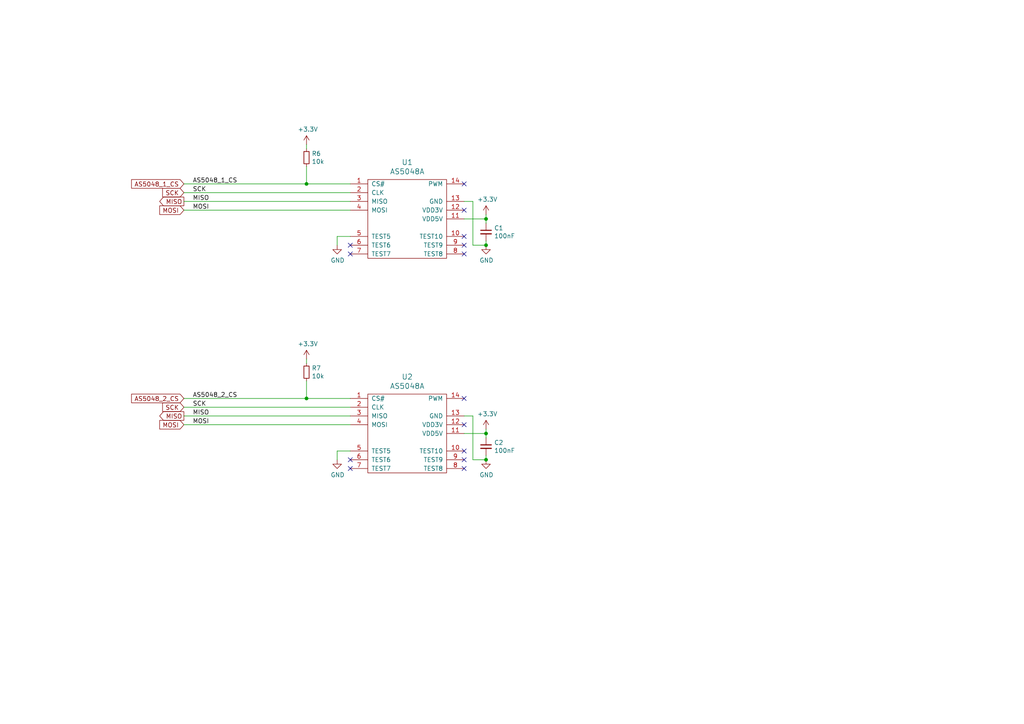
<source format=kicad_sch>
(kicad_sch (version 20211123) (generator eeschema)
  (paper "A4")
  (title_block (title "l3xz-hw_leg-controller") (date "2023-01-29") (rev "dev_0.2") (company "107-systems"))
  (lib_symbols
    (symbol "Device:C_Small" (pin_numbers hide) (pin_names (offset 0.254) hide)
      (property "Reference" "C" (at 0.254 1.778 0))
      (property "Value" "C_Small" (at 0.254 -2.032 0))
      (symbol "C_Small_0_1"
        (polyline (pts (xy -1.524 -0.508) (xy 1.524 -0.508)) (stroke (width 0.3302)))
        (polyline (pts (xy -1.524 0.508) (xy 1.524 0.508)) (stroke (width 0.3048)))
      )
      (symbol "C_Small_1_1"
        (pin passive line (at 0 2.54 270) (length 2.032) (name "~") (number "1"))
        (pin passive line (at 0 -2.54 90) (length 2.032) (name "~") (number "2"))
      )
    )
    (symbol "Device:R_Small" (pin_numbers hide) (pin_names (offset 0.254) hide)
      (property "Reference" "R" (at 0.762 0.508 0))
      (property "Value" "R_Small" (at 0.762 -1.016 0))
      (symbol "R_Small_0_1"
        (rectangle (start -0.762 1.778) (end 0.762 -1.778) (stroke (width 0.2032)))
      )
      (symbol "R_Small_1_1"
        (pin passive line (at 0 2.54 270) (length 0.762) (name "~") (number "1"))
        (pin passive line (at 0 -2.54 90) (length 0.762) (name "~") (number "2"))
      )
    )
    (symbol "l3xz-leg-ctrl-hardware-rescue:AS5048A-IC_sensor" (pin_names (offset 1.016))
      (property "Reference" "U" (at 0 12.7 0))
      (property "Value" "AS5048A-IC_sensor" (at 0 -12.7 0))
      (symbol "AS5048A-IC_sensor_0_1"
        (rectangle (start -11.43 11.43) (end 11.43 -11.43))
      )
      (symbol "AS5048A-IC_sensor_1_1"
        (pin input line (at -16.51 10.16 0) (length 5.08) (name "CS#") (number "1"))
        (pin input line (at 16.51 -5.08 180) (length 5.08) (name "TEST10") (number "10"))
        (pin input line (at 16.51 0 180) (length 5.08) (name "VDD5V") (number "11"))
        (pin input line (at 16.51 2.54 180) (length 5.08) (name "VDD3V") (number "12"))
        (pin input line (at 16.51 5.08 180) (length 5.08) (name "GND") (number "13"))
        (pin input line (at 16.51 10.16 180) (length 5.08) (name "PWM") (number "14"))
        (pin input line (at -16.51 7.62 0) (length 5.08) (name "CLK") (number "2"))
        (pin input line (at -16.51 5.08 0) (length 5.08) (name "MISO") (number "3"))
        (pin input line (at -16.51 2.54 0) (length 5.08) (name "MOSI") (number "4"))
        (pin input line (at -16.51 -5.08 0) (length 5.08) (name "TEST5") (number "5"))
        (pin input line (at -16.51 -7.62 0) (length 5.08) (name "TEST6") (number "6"))
        (pin input line (at -16.51 -10.16 0) (length 5.08) (name "TEST7") (number "7"))
        (pin input line (at 16.51 -10.16 180) (length 5.08) (name "TEST8") (number "8"))
        (pin input line (at 16.51 -7.62 180) (length 5.08) (name "TEST9") (number "9"))
      )
    )
    (symbol "power:+3.3V" (power) (pin_names (offset 0))
      (property "Value" "+3.3V" (at 0 3.556 0))
      (symbol "+3.3V_0_1"
        (polyline (pts (xy -0.762 1.27) (xy 0 2.54)))
        (polyline (pts (xy 0 0) (xy 0 2.54)))
        (polyline (pts (xy 0 2.54) (xy 0.762 1.27)))
      )
      (symbol "+3.3V_1_1"
        (pin power_in line (at 0 0 90) (length 0) hide (name "+3.3V") (number "1"))
      )
    )
    (symbol "power:GND" (power) (pin_names (offset 0))
      (property "Value" "GND" (at 0 -3.81 0))
      (symbol "GND_0_1"
        (polyline (pts (xy 0 0) (xy 0 -1.27) (xy 1.27 -1.27) (xy 0 -2.54) (xy -1.27 -1.27) (xy 0 -1.27)))
      )
      (symbol "GND_1_1"
        (pin power_in line (at 0 0 270) (length 0) hide (name "GND") (number "1"))
      )
    )
  )
  (junction (at 88.9 53.34))
  (junction (at 140.97 133.35))
  (junction (at 140.97 63.5))
  (junction (at 140.97 125.73))
  (junction (at 140.97 71.12))
  (junction (at 88.9 115.57))
  (no_connect (at 134.62 68.58))
  (no_connect (at 134.62 135.89))
  (no_connect (at 101.6 71.12))
  (no_connect (at 101.6 135.89))
  (no_connect (at 134.62 60.96))
  (no_connect (at 101.6 133.35))
  (no_connect (at 134.62 115.57))
  (no_connect (at 134.62 53.34))
  (no_connect (at 134.62 123.19))
  (no_connect (at 134.62 71.12))
  (no_connect (at 134.62 73.66))
  (no_connect (at 134.62 130.81))
  (no_connect (at 101.6 73.66))
  (no_connect (at 134.62 133.35))
  (wire (pts (xy 88.9 115.57) (xy 101.6 115.57)))
  (wire (pts (xy 97.79 130.81) (xy 97.79 133.35)))
  (wire (pts (xy 88.9 110.49) (xy 88.9 115.57)))
  (wire (pts (xy 140.97 71.12) (xy 140.97 69.85)))
  (wire (pts (xy 140.97 133.35) (xy 140.97 132.08)))
  (wire (pts (xy 53.34 115.57) (xy 88.9 115.57)))
  (wire (pts (xy 53.34 53.34) (xy 88.9 53.34)))
  (wire (pts (xy 88.9 105.41) (xy 88.9 104.14)))
  (wire (pts (xy 137.16 120.65) (xy 137.16 133.35)))
  (wire (pts (xy 140.97 63.5) (xy 140.97 62.23)))
  (wire (pts (xy 53.34 123.19) (xy 101.6 123.19)))
  (wire (pts (xy 137.16 58.42) (xy 137.16 71.12)))
  (wire (pts (xy 134.62 120.65) (xy 137.16 120.65)))
  (wire (pts (xy 88.9 53.34) (xy 101.6 53.34)))
  (wire (pts (xy 88.9 48.26) (xy 88.9 53.34)))
  (wire (pts (xy 137.16 71.12) (xy 140.97 71.12)))
  (wire (pts (xy 134.62 63.5) (xy 140.97 63.5)))
  (wire (pts (xy 134.62 58.42) (xy 137.16 58.42)))
  (wire (pts (xy 140.97 127) (xy 140.97 125.73)))
  (wire (pts (xy 140.97 125.73) (xy 140.97 124.46)))
  (wire (pts (xy 53.34 60.96) (xy 101.6 60.96)))
  (wire (pts (xy 53.34 118.11) (xy 101.6 118.11)))
  (wire (pts (xy 134.62 125.73) (xy 140.97 125.73)))
  (wire (pts (xy 88.9 43.18) (xy 88.9 41.91)))
  (wire (pts (xy 140.97 64.77) (xy 140.97 63.5)))
  (wire (pts (xy 53.34 55.88) (xy 101.6 55.88)))
  (wire (pts (xy 53.34 58.42) (xy 101.6 58.42)))
  (wire (pts (xy 53.34 120.65) (xy 101.6 120.65)))
  (wire (pts (xy 97.79 68.58) (xy 97.79 71.12)))
  (wire (pts (xy 101.6 130.81) (xy 97.79 130.81)))
  (wire (pts (xy 137.16 133.35) (xy 140.97 133.35)))
  (wire (pts (xy 101.6 68.58) (xy 97.79 68.58)))
  (label "MISO" (at 55.88 58.42 0))
  (label "SCK" (at 55.88 55.88 0))
  (label "MOSI" (at 55.88 60.96 0))
  (label "AS5048_1_CS" (at 55.88 53.34 0))
  (label "MISO" (at 55.88 120.65 0))
  (label "AS5048_2_CS" (at 55.88 115.57 0))
  (label "SCK" (at 55.88 118.11 0))
  (label "MOSI" (at 55.88 123.19 0))
  (global_label "AS5048_2_CS" (shape input) (at 53.34 115.57 180) (property "Referenzen zwischen Schaltplänen" "${INTERSHEET_REFS}" (effects hide)))
  (global_label "MISO" (shape output) (at 53.34 120.65 180) (property "Referenzen zwischen Schaltplänen" "${INTERSHEET_REFS}" (effects hide)))
  (global_label "MISO" (shape output) (at 53.34 58.42 180) (property "Referenzen zwischen Schaltplänen" "${INTERSHEET_REFS}" (effects hide)))
  (global_label "SCK" (shape input) (at 53.34 118.11 180) (property "Referenzen zwischen Schaltplänen" "${INTERSHEET_REFS}" (effects hide)))
  (global_label "SCK" (shape input) (at 53.34 55.88 180) (property "Referenzen zwischen Schaltplänen" "${INTERSHEET_REFS}" (effects hide)))
  (global_label "MOSI" (shape input) (at 53.34 123.19 180) (property "Referenzen zwischen Schaltplänen" "${INTERSHEET_REFS}" (effects hide)))
  (global_label "AS5048_1_CS" (shape input) (at 53.34 53.34 180) (property "Referenzen zwischen Schaltplänen" "${INTERSHEET_REFS}" (effects hide)))
  (global_label "MOSI" (shape input) (at 53.34 60.96 180) (property "Referenzen zwischen Schaltplänen" "${INTERSHEET_REFS}" (effects hide)))
  (symbol (lib_id "Device:R_Small") (at 88.9 45.72 0) (unit 1)
    (property "Reference" "R6" (at 90.3986 44.5516 0) (effects (justify left)))
    (property "Value" "10k" (at 90.3986 46.863 0) (effects (justify left)))
    (property "Footprint" "Resistor_SMD:R_0603_1608Metric" (effects hide))
  )
  (symbol (lib_id "power:+3.3V") (at 88.9 41.91 0) (unit 1)
    (property "Reference" "#PWR06" (effects hide))
    (property "Value" "+3.3V" (at 89.281 37.5158 0))
  )
  (symbol (lib_id "l3xz-leg-ctrl-hardware-rescue:AS5048A-IC_sensor") (at 118.11 63.5 0) (unit 1)
    (property "Reference" "U1" (at 118.11 47.0662 0) (effects (font (size 1.524 1.524))))
    (property "Value" "AS5048A" (at 118.11 49.7586 0) (effects (font (size 1.524 1.524))))
    (property "Footprint" "Package_SO:TSSOP-14_4.4x5mm_P0.65mm" (effects hide))
  )
  (symbol (lib_id "Device:C_Small") (at 140.97 67.31 0) (unit 1)
    (property "Reference" "C1" (at 143.3068 66.1416 0) (effects (justify left)))
    (property "Value" "100nF" (at 143.3068 68.453 0) (effects (justify left)))
    (property "Footprint" "Capacitor_SMD:C_0603_1608Metric" (effects hide))
  )
  (symbol (lib_id "power:+3.3V") (at 140.97 62.23 0) (unit 1)
    (property "Reference" "#PWR07" (effects hide))
    (property "Value" "+3.3V" (at 141.351 57.8358 0))
  )
  (symbol (lib_id "power:GND") (at 140.97 71.12 0) (unit 1)
    (property "Reference" "#PWR09" (effects hide))
    (property "Value" "GND" (at 141.097 75.5142 0))
  )
  (symbol (lib_id "power:GND") (at 97.79 71.12 0) (unit 1)
    (property "Reference" "#PWR08" (effects hide))
    (property "Value" "GND" (at 97.917 75.5142 0))
  )
  (symbol (lib_id "Device:R_Small") (at 88.9 107.95 0) (unit 1)
    (property "Reference" "R7" (at 90.3986 106.7816 0) (effects (justify left)))
    (property "Value" "10k" (at 90.3986 109.093 0) (effects (justify left)))
    (property "Footprint" "Resistor_SMD:R_0603_1608Metric" (effects hide))
  )
  (symbol (lib_id "power:+3.3V") (at 88.9 104.14 0) (unit 1)
    (property "Reference" "#PWR010" (effects hide))
    (property "Value" "+3.3V" (at 89.281 99.7458 0))
  )
  (symbol (lib_id "l3xz-leg-ctrl-hardware-rescue:AS5048A-IC_sensor") (at 118.11 125.73 0) (unit 1)
    (property "Reference" "U2" (at 118.11 109.2962 0) (effects (font (size 1.524 1.524))))
    (property "Value" "AS5048A" (at 118.11 111.9886 0) (effects (font (size 1.524 1.524))))
    (property "Footprint" "Package_SO:TSSOP-14_4.4x5mm_P0.65mm" (effects hide))
  )
  (symbol (lib_id "Device:C_Small") (at 140.97 129.54 0) (unit 1)
    (property "Reference" "C2" (at 143.3068 128.3716 0) (effects (justify left)))
    (property "Value" "100nF" (at 143.3068 130.683 0) (effects (justify left)))
    (property "Footprint" "Capacitor_SMD:C_0603_1608Metric" (effects hide))
  )
  (symbol (lib_id "power:+3.3V") (at 140.97 124.46 0) (unit 1)
    (property "Reference" "#PWR011" (effects hide))
    (property "Value" "+3.3V" (at 141.351 120.0658 0))
  )
  (symbol (lib_id "power:GND") (at 140.97 133.35 0) (unit 1)
    (property "Reference" "#PWR013" (effects hide))
    (property "Value" "GND" (at 141.097 137.7442 0))
  )
  (symbol (lib_id "power:GND") (at 97.79 133.35 0) (unit 1)
    (property "Reference" "#PWR012" (effects hide))
    (property "Value" "GND" (at 97.917 137.7442 0))
  )
)
</source>
